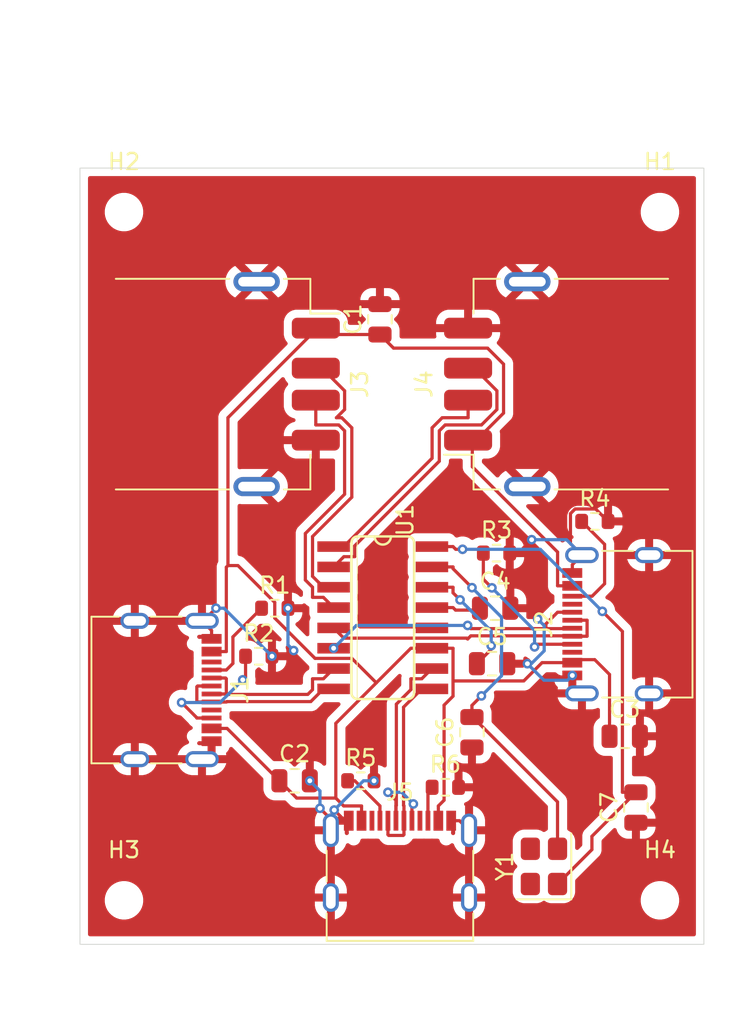
<source format=kicad_pcb>
(kicad_pcb (version 20241229) (generator "pcbnew") (generator_version "9.0")
  (layers (0 "F.Cu" signal) (2 "B.Cu" signal) (13 "F.Paste" user) (15 "B.Paste" user) (5 "F.SilkS" user "F.Silkscreen") (7 "B.SilkS" user "B.Silkscreen") (1 "F.Mask" user) (3 "B.Mask" user) (25 "Edge.Cuts" user))
  (net 0 "")
  (net 1 "Net-(U1-VDD33)")
  (net 2 "D2+")
  (net 3 "Net-(U1-XOUT)")
  (net 4 "D4+")
  (net 5 "Net-(U1-VDD18)")
  (net 6 "D4-")
  (net 7 "D3-")
  (net 8 "D2-")
  (net 9 "D5-")
  (net 10 "GND")
  (net 11 "D3+")
  (net 12 "VBUS")
  (net 13 "D5+")
  (net 14 "D1+")
  (net 15 "D1-")
  (net 16 "Net-(J1-CC1)")
  (net 18 "Net-(J1-CC2)")
  (net 21 "Net-(J2-CC2)")
  (net 23 "Net-(J2-CC1)")
  (net 24 "Net-(J5-CC2)")
  (net 26 "Net-(J5-CC1)")
  (net 28 "Net-(U1-XIN)")
  (footprint "Resistor_SMD:R_0603_1608Metric" (layer "F.Cu") (at 32.675 118)
    (property "Reference" "R2" (at 0 -1.43 0) (layer "F.SilkS"))
    (property "Value" "5.1k")
    (fp_line (start -0.237258 -0.5225) (end 0.237258 -0.5225) (stroke (width 0.12)) (layer "F.SilkS"))
    (fp_line (start -0.237258 0.5225) (end 0.237258 0.5225) (stroke (width 0.12)) (layer "F.SilkS"))
    (pad "1" smd roundrect (at -0.825 0) (size 0.8 0.95) (layers "F.Cu" "F.Mask" "F.Paste") (net 18 "Net-(J1-CC2)"))
    (pad "2" smd roundrect (at 0.825 0) (size 0.8 0.95) (layers "F.Cu" "F.Mask" "F.Paste") (net 10 "GND"))
  )
  (footprint "Capacitor_SMD:C_0805_2012Metric" (layer "F.Cu") (at 56.25 127.45 90)
    (property "Reference" "C7" (at 0 -1.68 90) (layer "F.SilkS"))
    (property "Value" "15pF")
    (fp_line (start -0.261252 -0.735) (end 0.261252 -0.735) (stroke (width 0.12)) (layer "F.SilkS"))
    (fp_line (start -0.261252 0.735) (end 0.261252 0.735) (stroke (width 0.12)) (layer "F.SilkS"))
    (pad "1" smd roundrect (at -0.95 0 90) (size 1 1.45) (layers "F.Cu" "F.Mask" "F.Paste") (net 10 "GND"))
    (pad "2" smd roundrect (at 0.95 0 90) (size 1 1.45) (layers "F.Cu" "F.Mask" "F.Paste") (net 28 "Net-(U1-XIN)"))
  )
  (footprint "Connector_USB:USB_C_Receptacle_G-Switch_GT-USB-7010ASV" (layer "F.Cu") (at 26 120.11 -90)
    (property "Reference" "J1" (at 0 -5.5 90) (layer "F.SilkS"))
    (property "Value" "USB_C_Receptacle_USB2.0_16P")
    (fp_line (start -4.58 3.785) (end -4.58 2.08) (stroke (width 0.12)) (layer "F.SilkS"))
    (fp_line (start 4.58 3.785) (end -4.58 3.785) (stroke (width 0.12)) (layer "F.SilkS"))
    (fp_line (start 4.58 2.08) (end 4.58 3.785) (stroke (width 0.12)) (layer "F.SilkS"))
    (fp_line (start 4.58 0.07) (end 4.58 -1.85) (stroke (width 0.12)) (layer "F.SilkS"))
    (fp_line (start -4.58 -1.85) (end -4.58 0.07) (stroke (width 0.12)) (layer "F.SilkS"))
    (pad "" np_thru_hole circle (at -2.89 -2.605 270) (size 0.65 0.65) (drill 0.65) (layers "*.Cu" "*.Mask"))
    (pad "" np_thru_hole circle (at 2.89 -2.605 270) (size 0.65 0.65) (drill 0.65) (layers "*.Cu" "*.Mask"))
    (pad "A1" smd rect (at -3.2 -3.725 270) (size 0.6 1.24) (layers "F.Cu" "F.Mask" "F.Paste") (net 10 "GND"))
    (pad "A4" smd rect (at -2.4 -3.725 270) (size 0.6 1.24) (layers "F.Cu" "F.Mask" "F.Paste") (net 12 "VBUS"))
    (pad "A5" smd rect (at -1.25 -3.725 270) (size 0.3 1.24) (layers "F.Cu" "F.Mask" "F.Paste") (net 16 "Net-(J1-CC1)"))
    (pad "A6" smd rect (at -0.25 -3.725 270) (size 0.3 1.24) (layers "F.Cu" "F.Mask" "F.Paste") (net 14 "D1+"))
    (pad "A7" smd rect (at 0.25 -3.725 270) (size 0.3 1.24) (layers "F.Cu" "F.Mask" "F.Paste") (net 15 "D1-"))
    (pad "A8" smd rect (at 1.25 -3.725 270) (size 0.3 1.24) (layers "F.Cu" "F.Mask" "F.Paste"))
    (pad "A9" smd rect (at 2.4 -3.725 270) (size 0.6 1.24) (layers "F.Cu" "F.Mask" "F.Paste") (net 12 "VBUS"))
    (pad "A12" smd rect (at 3.2 -3.725 270) (size 0.6 1.24) (layers "F.Cu" "F.Mask" "F.Paste") (net 10 "GND"))
    (pad "B1" smd rect (at 3.2 -3.725 270) (size 0.6 1.24) (layers "F.Cu" "F.Mask" "F.Paste") (net 10 "GND"))
    (pad "B4" smd rect (at 2.4 -3.725 270) (size 0.6 1.24) (layers "F.Cu" "F.Mask" "F.Paste") (net 12 "VBUS"))
    (pad "B5" smd rect (at 1.75 -3.725 270) (size 0.3 1.24) (layers "F.Cu" "F.Mask" "F.Paste") (net 18 "Net-(J1-CC2)"))
    (pad "B6" smd rect (at 0.75 -3.725 270) (size 0.3 1.24) (layers "F.Cu" "F.Mask" "F.Paste") (net 14 "D1+"))
    (pad "B7" smd rect (at -0.75 -3.725 270) (size 0.3 1.24) (layers "F.Cu" "F.Mask" "F.Paste") (net 15 "D1-"))
    (pad "B8" smd rect (at -1.75 -3.725 270) (size 0.3 1.24) (layers "F.Cu" "F.Mask" "F.Paste"))
    (pad "B9" smd rect (at -2.4 -3.725 270) (size 0.6 1.24) (layers "F.Cu" "F.Mask" "F.Paste") (net 12 "VBUS"))
    (pad "B12" smd rect (at -3.2 -3.725 270) (size 0.6 1.24) (layers "F.Cu" "F.Mask" "F.Paste") (net 10 "GND"))
    (pad "S1" thru_hole oval (at -4.32 -3.125 270) (size 1 2.1) (drill oval 0.6 1.7) (property pad_prop_heatsink) (layers "*.Cu" "*.Mask") (net 10 "GND"))
    (pad "S1" thru_hole oval (at -4.32 1.075 270) (size 1 1.8) (drill oval 0.6 1.4) (property pad_prop_heatsink) (layers "*.Cu" "*.Mask") (net 10 "GND"))
    (pad "S1" thru_hole oval (at 4.32 -3.125 270) (size 1 2.1) (drill oval 0.6 1.7) (property pad_prop_heatsink) (layers "*.Cu" "*.Mask") (net 10 "GND"))
    (pad "S1" thru_hole oval (at 4.32 1.075 270) (size 1 1.8) (drill oval 0.6 1.4) (property pad_prop_heatsink) (layers "*.Cu" "*.Mask") (net 10 "GND"))
  )
  (footprint "Resistor_SMD:R_0603_1608Metric" (layer "F.Cu") (at 53.6834 109.5756)
    (property "Reference" "R4" (at 0 -1.43 0) (layer "F.SilkS"))
    (property "Value" "5.1k")
    (fp_line (start -0.237258 -0.5225) (end 0.237258 -0.5225) (stroke (width 0.12)) (layer "F.SilkS"))
    (fp_line (start -0.237258 0.5225) (end 0.237258 0.5225) (stroke (width 0.12)) (layer "F.SilkS"))
    (pad "1" smd roundrect (at -0.825 0) (size 0.8 0.95) (layers "F.Cu" "F.Mask" "F.Paste") (net 21 "Net-(J2-CC2)"))
    (pad "2" smd roundrect (at 0.825 0) (size 0.8 0.95) (layers "F.Cu" "F.Mask" "F.Paste") (net 10 "GND"))
  )
  (footprint "Capacitor_SMD:C_0805_2012Metric" (layer "F.Cu") (at 40.25 96.95 90)
    (property "Reference" "C1" (at 0 -1.68 90) (layer "F.SilkS"))
    (property "Value" "10uF")
    (fp_line (start -0.261252 -0.735) (end 0.261252 -0.735) (stroke (width 0.12)) (layer "F.SilkS"))
    (fp_line (start -0.261252 0.735) (end 0.261252 0.735) (stroke (width 0.12)) (layer "F.SilkS"))
    (pad "1" smd roundrect (at -0.95 0 90) (size 1 1.45) (layers "F.Cu" "F.Mask" "F.Paste") (net 12 "VBUS"))
    (pad "2" smd roundrect (at 0.95 0 90) (size 1 1.45) (layers "F.Cu" "F.Mask" "F.Paste") (net 10 "GND"))
  )
  (footprint "Capacitor_SMD:C_0805_2012Metric" (layer "F.Cu") (at 46 122.75 90)
    (property "Reference" "C6" (at 0 -1.68 90) (layer "F.SilkS"))
    (property "Value" "15pF")
    (fp_line (start -0.261252 -0.735) (end 0.261252 -0.735) (stroke (width 0.12)) (layer "F.SilkS"))
    (fp_line (start -0.261252 0.735) (end 0.261252 0.735) (stroke (width 0.12)) (layer "F.SilkS"))
    (pad "1" smd roundrect (at -0.95 0 90) (size 1 1.45) (layers "F.Cu" "F.Mask" "F.Paste") (net 10 "GND"))
    (pad "2" smd roundrect (at 0.95 0 90) (size 1 1.45) (layers "F.Cu" "F.Mask" "F.Paste") (net 3 "Net-(U1-XOUT)"))
  )
  (footprint "Capacitor_SMD:C_0805_2012Metric" (layer "F.Cu") (at 55.55 123)
    (property "Reference" "C3" (at 0 -1.68 0) (layer "F.SilkS"))
    (property "Value" "10uF")
    (fp_line (start -0.261252 -0.735) (end 0.261252 -0.735) (stroke (width 0.12)) (layer "F.SilkS"))
    (fp_line (start -0.261252 0.735) (end 0.261252 0.735) (stroke (width 0.12)) (layer "F.SilkS"))
    (pad "1" smd roundrect (at -0.95 0) (size 1 1.45) (layers "F.Cu" "F.Mask" "F.Paste") (net 12 "VBUS"))
    (pad "2" smd roundrect (at 0.95 0) (size 1 1.45) (layers "F.Cu" "F.Mask" "F.Paste") (net 10 "GND"))
  )
  (footprint "MountingHole:MountingHole_2.2mm_M2" (layer "F.Cu") (at 24.25 133.25)
    (property "Reference" "H3" (at 0 -3.15 0) (layer "F.SilkS"))
    (property "Value" "MountingHole")
    (pad "" np_thru_hole circle (at 0 0) (size 2.2 2.2) (drill 2.2) (layers "*.Cu" "*.Mask"))
  )
  (footprint "Capacitor_SMD:C_0805_2012Metric" (layer "F.Cu") (at 47.45 115)
    (property "Reference" "C4" (at 0 -1.68 0) (layer "F.SilkS"))
    (property "Value" "10uF")
    (fp_line (start -0.261252 -0.735) (end 0.261252 -0.735) (stroke (width 0.12)) (layer "F.SilkS"))
    (fp_line (start -0.261252 0.735) (end 0.261252 0.735) (stroke (width 0.12)) (layer "F.SilkS"))
    (pad "1" smd roundrect (at -0.95 0) (size 1 1.45) (layers "F.Cu" "F.Mask" "F.Paste") (net 1 "Net-(U1-VDD33)"))
    (pad "2" smd roundrect (at 0.95 0) (size 1 1.45) (layers "F.Cu" "F.Mask" "F.Paste") (net 10 "GND"))
  )
  (footprint "Resistor_SMD:R_0603_1608Metric" (layer "F.Cu") (at 33.675 115)
    (property "Reference" "R1" (at 0 -1.43 0) (layer "F.SilkS"))
    (property "Value" "5.1k")
    (fp_line (start -0.237258 -0.5225) (end 0.237258 -0.5225) (stroke (width 0.12)) (layer "F.SilkS"))
    (fp_line (start -0.237258 0.5225) (end 0.237258 0.5225) (stroke (width 0.12)) (layer "F.SilkS"))
    (pad "1" smd roundrect (at -0.825 0) (size 0.8 0.95) (layers "F.Cu" "F.Mask" "F.Paste") (net 16 "Net-(J1-CC1)"))
    (pad "2" smd roundrect (at 0.825 0) (size 0.8 0.95) (layers "F.Cu" "F.Mask" "F.Paste") (net 10 "GND"))
  )
  (footprint "Connector_USB:USB_A_Receptacle_GCT_USB1046" (layer "F.Cu") (at 53.01 101 90)
    (property "Reference" "J4" (at 0 -10 90) (layer "F.SilkS"))
    (property "Value" "USB_A")
    (fp_line (start 6.58 -6.91) (end 6.58 -5.26) (stroke (width 0.12)) (layer "F.SilkS"))
    (fp_line (start 4.41 -6.91) (end 6.58 -6.91) (stroke (width 0.12)) (layer "F.SilkS"))
    (fp_line (start -4.41 -6.91) (end -4.41 -8.75) (stroke (width 0.12)) (layer "F.SilkS"))
    (fp_line (start -4.41 -6.91) (end -6.58 -6.91) (stroke (width 0.12)) (layer "F.SilkS"))
    (fp_line (start -6.58 -6.91) (end -6.58 -5.26) (stroke (width 0.12)) (layer "F.SilkS"))
    (fp_line (start 6.58 -1.84) (end 6.58 5.25) (stroke (width 0.12)) (layer "F.SilkS"))
    (fp_line (start -6.58 -1.84) (end -6.58 5.25) (stroke (width 0.12)) (layer "F.SilkS"))
    (pad "1" smd roundrect (at -3.5 -7.25 90) (size 1.3 3) (layers "F.Cu" "F.Mask" "F.Paste") (net 12 "VBUS"))
    (pad "2" smd roundrect (at -1 -7.25 90) (size 1.3 3) (layers "F.Cu" "F.Mask" "F.Paste") (net 6 "D4-"))
    (pad "3" smd roundrect (at 1 -7.25 90) (size 1.3 3) (layers "F.Cu" "F.Mask" "F.Paste") (net 4 "D4+"))
    (pad "4" smd roundrect (at 3.5 -7.25 90) (size 1.3 3) (layers "F.Cu" "F.Mask" "F.Paste") (net 10 "GND"))
    (pad "5" thru_hole oval (at -6.4 -3.55 90) (size 1.2 2.9) (drill oval 0.6 2.3) (property pad_prop_heatsink) (layers "*.Cu" "*.Mask") (net 10 "GND"))
    (pad "5" thru_hole oval (at 6.4 -3.55 90) (size 1.2 2.9) (drill oval 0.6 2.3) (property pad_prop_heatsink) (layers "*.Cu" "*.Mask") (net 10 "GND"))
  )
  (footprint "SL2.1A:SO16" (layer "F.Cu") (at 40.4266 115.595 -90)
    (property "Reference" "U1" (at -6.096 -1.397 90) (layer "F.SilkS"))
    (property "Value" "SL2.1A")
    (fp_line (start -4.699 1.9558) (end 4.699 1.9558) (stroke (width 0.1524)) (layer "F.SilkS"))
    (fp_line (start -5.08 1.6002) (end 5.08 1.6002) (stroke (width 0.0508)) (layer "F.SilkS"))
    (fp_line (start 5.08 1.5748) (end 5.08 -1.5748) (stroke (width 0.1524)) (layer "F.SilkS"))
    (fp_line (start -5.08 0.508) (end -5.08 1.5748) (stroke (width 0.1524)) (layer "F.SilkS"))
    (fp_line (start -5.08 -0.508) (end -5.08 0.508) (stroke (width 0.1524)) (layer "F.SilkS"))
    (fp_line (start -5.08 -1.5748) (end -5.08 -0.508) (stroke (width 0.1524)) (layer "F.SilkS"))
    (fp_line (start 4.699 -1.9558) (end -4.699 -1.9558) (stroke (width 0.1524)) (layer "F.SilkS"))
    (fp_arc (start -4.699 1.9558) (mid -4.968408 1.844208) (end -5.08 1.5748) (stroke (width 0.1524)) (layer "F.SilkS"))
    (fp_arc (start 5.08 1.5748) (mid 4.968408 1.844208) (end 4.699 1.9558) (stroke (width 0.1524)) (layer "F.SilkS"))
    (fp_arc (start -5.08 -0.508) (mid -4.572 0) (end -5.08 0.508) (stroke (width 0.1524)) (layer "F.SilkS"))
    (fp_arc (start -5.08 -1.5748) (mid -4.968408 -1.844208) (end -4.699 -1.9558) (stroke (width 0.1524)) (layer "F.SilkS"))
    (fp_arc (start 4.699 -1.9558) (mid 4.968408 -1.844208) (end 5.08 -1.5748) (stroke (width 0.1524)) (layer "F.SilkS"))
    (pad "1" smd rect (at -4.445 3.0734 270) (size 0.6604 2.032) (layers "F.Cu" "F.Mask" "F.Paste") (net 6 "D4-"))
    (pad "2" smd rect (at -3.175 3.0734 270) (size 0.6604 2.032) (layers "F.Cu" "F.Mask" "F.Paste") (net 4 "D4+"))
    (pad "3" smd rect (at -1.905 3.0734 270) (size 0.6604 2.032) (layers "F.Cu" "F.Mask" "F.Paste") (net 7 "D3-"))
    (pad "4" smd rect (at -0.635 3.0734 270) (size 0.6604 2.032) (layers "F.Cu" "F.Mask" "F.Paste") (net 11 "D3+"))
    (pad "5" smd rect (at 0.635 3.0734 270) (size 0.6604 2.032) (layers "F.Cu" "F.Mask" "F.Paste") (net 8 "D2-"))
    (pad "6" smd rect (at 1.905 3.0734 270) (size 0.6604 2.032) (layers "F.Cu" "F.Mask" "F.Paste") (net 2 "D2+"))
    (pad "7" smd rect (at 3.175 3.0734 270) (size 0.6604 2.032) (layers "F.Cu" "F.Mask" "F.Paste") (net 15 "D1-"))
    (pad "8" smd rect (at 4.445 3.0734 270) (size 0.6604 2.032) (layers "F.Cu" "F.Mask" "F.Paste") (net 14 "D1+"))
    (pad "9" smd rect (at 4.445 -3.0734 270) (size 0.6604 2.032) (layers "F.Cu" "F.Mask" "F.Paste") (net 9 "D5-"))
    (pad "10" smd rect (at 3.175 -3.0734 270) (size 0.6604 2.032) (layers "F.Cu" "F.Mask" "F.Paste") (net 13 "D5+"))
    (pad "11" smd rect (at 1.905 -3.0734 270) (size 0.6604 2.032) (layers "F.Cu" "F.Mask" "F.Paste") (net 12 "VBUS"))
    (pad "12" smd rect (at 0.635 -3.0734 270) (size 0.6604 2.032) (layers "F.Cu" "F.Mask" "F.Paste") (net 10 "GND"))
    (pad "13" smd rect (at -0.635 -3.0734 270) (size 0.6604 2.032) (layers "F.Cu" "F.Mask" "F.Paste") (net 1 "Net-(U1-VDD33)"))
    (pad "14" smd rect (at -1.905 -3.0734 270) (size 0.6604 2.032) (layers "F.Cu" "F.Mask" "F.Paste") (net 5 "Net-(U1-VDD18)"))
    (pad "15" smd rect (at -3.175 -3.0734 270) (size 0.6604 2.032) (layers "F.Cu" "F.Mask" "F.Paste") (net 3 "Net-(U1-XOUT)"))
    (pad "16" smd rect (at -4.445 -3.0734 270) (size 0.6604 2.032) (layers "F.Cu" "F.Mask" "F.Paste") (net 28 "Net-(U1-XIN)"))
  )
  (footprint "MountingHole:MountingHole_2.2mm_M2" (layer "F.Cu") (at 57.75 90.25)
    (property "Reference" "H1" (at 0 -3.15 0) (layer "F.SilkS"))
    (property "Value" "MountingHole")
    (pad "" np_thru_hole circle (at 0 0) (size 2.2 2.2) (drill 2.2) (layers "*.Cu" "*.Mask"))
  )
  (footprint "Resistor_SMD:R_0603_1608Metric" (layer "F.Cu") (at 39.053 125.7808)
    (property "Reference" "R5" (at 0 -1.43 0) (layer "F.SilkS"))
    (property "Value" "5.1k")
    (fp_line (start -0.237258 -0.5225) (end 0.237258 -0.5225) (stroke (width 0.12)) (layer "F.SilkS"))
    (fp_line (start -0.237258 0.5225) (end 0.237258 0.5225) (stroke (width 0.12)) (layer "F.SilkS"))
    (pad "1" smd roundrect (at -0.825 0) (size 0.8 0.95) (layers "F.Cu" "F.Mask" "F.Paste") (net 26 "Net-(J5-CC1)"))
    (pad "2" smd roundrect (at 0.825 0) (size 0.8 0.95) (layers "F.Cu" "F.Mask" "F.Paste") (net 10 "GND"))
  )
  (footprint "Capacitor_SMD:C_0805_2012Metric" (layer "F.Cu") (at 47.2592 118.4656)
    (property "Reference" "C5" (at 0 -1.68 0) (layer "F.SilkS"))
    (property "Value" "10uF")
    (fp_line (start -0.261252 -0.735) (end 0.261252 -0.735) (stroke (width 0.12)) (layer "F.SilkS"))
    (fp_line (start -0.261252 0.735) (end 0.261252 0.735) (stroke (width 0.12)) (layer "F.SilkS"))
    (pad "1" smd roundrect (at -0.95 0) (size 1 1.45) (layers "F.Cu" "F.Mask" "F.Paste") (net 5 "Net-(U1-VDD18)"))
    (pad "2" smd roundrect (at 0.95 0) (size 1 1.45) (layers "F.Cu" "F.Mask" "F.Paste") (net 10 "GND"))
  )
  (footprint "Connector_USB:USB_C_Receptacle_G-Switch_GT-USB-7010ASV" (layer "F.Cu") (at 41.5 132)
    (property "Reference" "J5" (at 0 -5.5 0) (layer "F.SilkS"))
    (property "Value" "USB_C_Receptacle_USB2.0_16P")
    (fp_line (start -4.58 -1.85) (end -4.58 0.07) (stroke (width 0.12)) (layer "F.SilkS"))
    (fp_line (start -4.58 3.785) (end -4.58 2.08) (stroke (width 0.12)) (layer "F.SilkS"))
    (fp_line (start 4.58 0.07) (end 4.58 -1.85) (stroke (width 0.12)) (layer "F.SilkS"))
    (fp_line (start 4.58 2.08) (end 4.58 3.785) (stroke (width 0.12)) (layer "F.SilkS"))
    (fp_line (start 4.58 3.785) (end -4.58 3.785) (stroke (width 0.12)) (layer "F.SilkS"))
    (pad "" np_thru_hole circle (at -2.89 -2.605) (size 0.65 0.65) (drill 0.65) (layers "*.Cu" "*.Mask"))
    (pad "" np_thru_hole circle (at 2.89 -2.605) (size 0.65 0.65) (drill 0.65) (layers "*.Cu" "*.Mask"))
    (pad "A1" smd rect (at -3.2 -3.725) (size 0.6 1.24) (layers "F.Cu" "F.Mask" "F.Paste") (net 10 "GND"))
    (pad "A4" smd rect (at -2.4 -3.725) (size 0.6 1.24) (layers "F.Cu" "F.Mask" "F.Paste") (net 12 "VBUS"))
    (pad "A5" smd rect (at -1.25 -3.725) (size 0.3 1.24) (layers "F.Cu" "F.Mask" "F.Paste") (net 26 "Net-(J5-CC1)"))
    (pad "A6" smd rect (at -0.25 -3.725) (size 0.3 1.24) (layers "F.Cu" "F.Mask" "F.Paste") (net 13 "D5+"))
    (pad "A7" smd rect (at 0.25 -3.725) (size 0.3 1.24) (layers "F.Cu" "F.Mask" "F.Paste") (net 9 "D5-"))
    (pad "A8" smd rect (at 1.25 -3.725) (size 0.3 1.24) (layers "F.Cu" "F.Mask" "F.Paste"))
    (pad "A9" smd rect (at 2.4 -3.725) (size 0.6 1.24) (layers "F.Cu" "F.Mask" "F.Paste") (net 12 "VBUS"))
    (pad "A12" smd rect (at 3.2 -3.725) (size 0.6 1.24) (layers "F.Cu" "F.Mask" "F.Paste") (net 10 "GND"))
    (pad "B1" smd rect (at 3.2 -3.725) (size 0.6 1.24) (layers "F.Cu" "F.Mask" "F.Paste") (net 10 "GND"))
    (pad "B4" smd rect (at 2.4 -3.725) (size 0.6 1.24) (layers "F.Cu" "F.Mask" "F.Paste") (net 12 "VBUS"))
    (pad "B5" smd rect (at 1.75 -3.725) (size 0.3 1.24) (layers "F.Cu" "F.Mask" "F.Paste") (net 24 "Net-(J5-CC2)"))
    (pad "B6" smd rect (at 0.75 -3.725) (size 0.3 1.24) (layers "F.Cu" "F.Mask" "F.Paste") (net 13 "D5+"))
    (pad "B7" smd rect (at -0.75 -3.725) (size 0.3 1.24) (layers "F.Cu" "F.Mask" "F.Paste") (net 9 "D5-"))
    (pad "B8" smd rect (at -1.75 -3.725) (size 0.3 1.24) (layers "F.Cu" "F.Mask" "F.Paste"))
    (pad "B9" smd rect (at -2.4 -3.725) (size 0.6 1.24) (layers "F.Cu" "F.Mask" "F.Paste") (net 12 "VBUS"))
    (pad "B12" smd rect (at -3.2 -3.725) (size 0.6 1.24) (layers "F.Cu" "F.Mask" "F.Paste") (net 10 "GND"))
    (pad "S1" thru_hole oval (at -4.32 -3.125) (size 1 2.1) (drill oval 0.6 1.7) (property pad_prop_heatsink) (layers "*.Cu" "*.Mask") (net 10 "GND"))
    (pad "S1" thru_hole oval (at -4.32 1.075) (size 1 1.8) (drill oval 0.6 1.4) (property pad_prop_heatsink) (layers "*.Cu" "*.Mask") (net 10 "GND"))
    (pad "S1" thru_hole oval (at 4.32 -3.125) (size 1 2.1) (drill oval 0.6 1.7) (property pad_prop_heatsink) (layers "*.Cu" "*.Mask") (net 10 "GND"))
    (pad "S1" thru_hole oval (at 4.32 1.075) (size 1 1.8) (drill oval 0.6 1.4) (property pad_prop_heatsink) (layers "*.Cu" "*.Mask") (net 10 "GND"))
  )
  (footprint "Connector_USB:USB_A_Receptacle_GCT_USB1046" (layer "F.Cu") (at 28.99 101 -90)
    (property "Reference" "J3" (at 0 -10 90) (layer "F.SilkS"))
    (property "Value" "USB_A")
    (fp_line (start -6.58 -1.84) (end -6.58 5.25) (stroke (width 0.12)) (layer "F.SilkS"))
    (fp_line (start 6.58 -1.84) (end 6.58 5.25) (stroke (width 0.12)) (layer "F.SilkS"))
    (fp_line (start -6.58 -6.91) (end -6.58 -5.26) (stroke (width 0.12)) (layer "F.SilkS"))
    (fp_line (start -4.41 -6.91) (end -6.58 -6.91) (stroke (width 0.12)) (layer "F.SilkS"))
    (fp_line (start -4.41 -6.91) (end -4.41 -8.75) (stroke (width 0.12)) (layer "F.SilkS"))
    (fp_line (start 4.41 -6.91) (end 6.58 -6.91) (stroke (width 0.12)) (layer "F.SilkS"))
    (fp_line (start 6.58 -6.91) (end 6.58 -5.26) (stroke (width 0.12)) (layer "F.SilkS"))
    (pad "1" smd roundrect (at -3.5 -7.25 270) (size 1.3 3) (layers "F.Cu" "F.Mask" "F.Paste") (net 12 "VBUS"))
    (pad "2" smd roundrect (at -1 -7.25 270) (size 1.3 3) (layers "F.Cu" "F.Mask" "F.Paste") (net 7 "D3-"))
    (pad "3" smd roundrect (at 1 -7.25 270) (size 1.3 3) (layers "F.Cu" "F.Mask" "F.Paste") (net 11 "D3+"))
    (pad "4" smd roundrect (at 3.5 -7.25 270) (size 1.3 3) (layers "F.Cu" "F.Mask" "F.Paste") (net 10 "GND"))
    (pad "5" thru_hole oval (at -6.4 -3.55 270) (size 1.2 2.9) (drill oval 0.6 2.3) (property pad_prop_heatsink) (layers "*.Cu" "*.Mask") (net 10 "GND"))
    (pad "5" thru_hole oval (at 6.4 -3.55 270) (size 1.2 2.9) (drill oval 0.6 2.3) (property pad_prop_heatsink) (layers "*.Cu" "*.Mask") (net 10 "GND"))
  )
  (footprint "Crystal:Crystal_SMD_3225-4Pin_3.2x2.5mm" (layer "F.Cu") (at 50.5 131.13 90)
    (property "Reference" "Y1" (at 0 -2.45 90) (layer "F.SilkS"))
    (property "Value" "12Mhz")
    (fp_line (start -2.06 -1.71) (end -2.06 1.71) (stroke (width 0.12)) (layer "F.SilkS"))
    (fp_line (start -2.06 1.71) (end 2.06 1.71) (stroke (width 0.12)) (layer "F.SilkS"))
    (pad "1" smd roundrect (at -1.1 0.85 90) (size 1.4 1.2) (layers "F.Cu" "F.Mask" "F.Paste") (roundrect_rratio 0.208333) (net 28 "Net-(U1-XIN)"))
    (pad "2" smd roundrect (at 1.1 0.85 90) (size 1.4 1.2) (layers "F.Cu" "F.Mask" "F.Paste") (roundrect_rratio 0.208333) (net 3 "Net-(U1-XOUT)"))
    (pad "3" smd roundrect (at 1.1 -0.85 90) (size 1.4 1.2) (layers "F.Cu" "F.Mask" "F.Paste") (roundrect_rratio 0.208333))
    (pad "4" smd roundrect (at -1.1 -0.85 90) (size 1.4 1.2) (layers "F.Cu" "F.Mask" "F.Paste") (roundrect_rratio 0.208333))
  )
  (footprint "MountingHole:MountingHole_2.2mm_M2" (layer "F.Cu") (at 24.25 90.25)
    (property "Reference" "H2" (at 0 -3.15 0) (layer "F.SilkS"))
    (property "Value" "MountingHole")
    (pad "" np_thru_hole circle (at 0 0) (size 2.2 2.2) (drill 2.2) (layers "*.Cu" "*.Mask"))
  )
  (footprint "Resistor_SMD:R_0603_1608Metric" (layer "F.Cu") (at 47.5366 111.5568)
    (property "Reference" "R3" (at 0 -1.43 0) (layer "F.SilkS"))
    (property "Value" "5.1k")
    (fp_line (start -0.237258 -0.5225) (end 0.237258 -0.5225) (stroke (width 0.12)) (layer "F.SilkS"))
    (fp_line (start -0.237258 0.5225) (end 0.237258 0.5225) (stroke (width 0.12)) (layer "F.SilkS"))
    (pad "1" smd roundrect (at -0.825 0) (size 0.8 0.95) (layers "F.Cu" "F.Mask" "F.Paste") (net 23 "Net-(J2-CC1)"))
    (pad "2" smd roundrect (at 0.825 0) (size 0.8 0.95) (layers "F.Cu" "F.Mask" "F.Paste") (net 10 "GND"))
  )
  (footprint "Resistor_SMD:R_0603_1608Metric" (layer "F.Cu") (at 44.3362 126.1872)
    (property "Reference" "R6" (at 0 -1.43 0) (layer "F.SilkS"))
    (property "Value" "5.1k")
    (fp_line (start -0.237258 -0.5225) (end 0.237258 -0.5225) (stroke (width 0.12)) (layer "F.SilkS"))
    (fp_line (start -0.237258 0.5225) (end 0.237258 0.5225) (stroke (width 0.12)) (layer "F.SilkS"))
    (pad "1" smd roundrect (at -0.825 0) (size 0.8 0.95) (layers "F.Cu" "F.Mask" "F.Paste") (net 24 "Net-(J5-CC2)"))
    (pad "2" smd roundrect (at 0.825 0) (size 0.8 0.95) (layers "F.Cu" "F.Mask" "F.Paste") (net 10 "GND"))
  )
  (footprint "Capacitor_SMD:C_0805_2012Metric" (layer "F.Cu") (at 34.9148 125.7808)
    (property "Reference" "C2" (at 0 -1.68 0) (layer "F.SilkS"))
    (property "Value" "10uF")
    (fp_line (start -0.261252 -0.735) (end 0.261252 -0.735) (stroke (width 0.12)) (layer "F.SilkS"))
    (fp_line (start -0.261252 0.735) (end 0.261252 0.735) (stroke (width 0.12)) (layer "F.SilkS"))
    (pad "1" smd roundrect (at -0.95 0) (size 1 1.45) (layers "F.Cu" "F.Mask" "F.Paste") (net 12 "VBUS"))
    (pad "2" smd roundrect (at 0.95 0) (size 1 1.45) (layers "F.Cu" "F.Mask" "F.Paste") (net 10 "GND"))
  )
  (footprint "MountingHole:MountingHole_2.2mm_M2" (layer "F.Cu") (at 57.75 133.25)
    (property "Reference" "H4" (at 0 -3.15 0) (layer "F.SilkS"))
    (property "Value" "MountingHole")
    (pad "" np_thru_hole circle (at 0 0) (size 2.2 2.2) (drill 2.2) (layers "*.Cu" "*.Mask"))
  )
  (footprint "Connector_USB:USB_C_Receptacle_G-Switch_GT-USB-7010ASV" (layer "F.Cu") (at 56 116 90)
    (property "Reference" "J2" (at 0 -5.5 90) (layer "F.SilkS"))
    (property "Value" "USB_C_Receptacle_USB2.0_16P")
    (fp_line (start -4.58 -1.85) (end -4.58 0.07) (stroke (width 0.12)) (layer "F.SilkS"))
    (fp_line (start 4.58 0.07) (end 4.58 -1.85) (stroke (width 0.12)) (layer "F.SilkS"))
    (fp_line (start 4.58 2.08) (end 4.58 3.785) (stroke (width 0.12)) (layer "F.SilkS"))
    (fp_line (start 4.58 3.785) (end -4.58 3.785) (stroke (width 0.12)) (layer "F.SilkS"))
    (fp_line (start -4.58 3.785) (end -4.58 2.08) (stroke (width 0.12)) (layer "F.SilkS"))
    (pad "" np_thru_hole circle (at -2.89 -2.605 90) (size 0.65 0.65) (drill 0.65) (layers "*.Cu" "*.Mask"))
    (pad "" np_thru_hole circle (at 2.89 -2.605 90) (size 0.65 0.65) (drill 0.65) (layers "*.Cu" "*.Mask"))
    (pad "A1" smd rect (at -3.2 -3.725 90) (size 0.6 1.24) (layers "F.Cu" "F.Mask" "F.Paste") (net 10 "GND"))
    (pad "A4" smd rect (at -2.4 -3.725 90) (size 0.6 1.24) (layers "F.Cu" "F.Mask" "F.Paste") (net 12 "VBUS"))
    (pad "A5" smd rect (at -1.25 -3.725 90) (size 0.3 1.24) (layers "F.Cu" "F.Mask" "F.Paste") (net 23 "Net-(J2-CC1)"))
    (pad "A6" smd rect (at -0.25 -3.725 90) (size 0.3 1.24) (layers "F.Cu" "F.Mask" "F.Paste") (net 2 "D2+"))
    (pad "A7" smd rect (at 0.25 -3.725 90) (size 0.3 1.24) (layers "F.Cu" "F.Mask" "F.Paste") (net 8 "D2-"))
    (pad "A8" smd rect (at 1.25 -3.725 90) (size 0.3 1.24) (layers "F.Cu" "F.Mask" "F.Paste"))
    (pad "A9" smd rect (at 2.4 -3.725 90) (size 0.6 1.24) (layers "F.Cu" "F.Mask" "F.Paste") (net 12 "VBUS"))
    (pad "A12" smd rect (at 3.2 -3.725 90) (size 0.6 1.24) (layers "F.Cu" "F.Mask" "F.Paste") (net 10 "GND"))
    (pad "B1" smd rect (at 3.2 -3.725 90) (size 0.6 1.24) (layers "F.Cu" "F.Mask" "F.Paste") (net 10 "GND"))
    (pad "B4" smd rect (at 2.4 -3.725 90) (size 0.6 1.24) (layers "F.Cu" "F.Mask" "F.Paste") (net 12 "VBUS"))
    (pad "B5" smd rect (at 1.75 -3.725 90) (size 0.3 1.24) (layers "F.Cu" "F.Mask" "F.Paste") (net 21 "Net-(J2-CC2)"))
    (pad "B6" smd rect (at 0.75 -3.725 90) (size 0.3 1.24) (layers "F.Cu" "F.Mask" "F.Paste") (net 2 "D2+"))
    (pad "B7" smd rect (at -0.75 -3.725 90) (size 0.3 1.24) (layers "F.Cu" "F.Mask" "F.Paste") (net 8 "D2-"))
    (pad "B8" smd rect (at -1.75 -3.725 90) (size 0.3 1.24) (layers "F.Cu" "F.Mask" "F.Paste"))
    (pad "B9" smd rect (at -2.4 -3.725 90) (size 0.6 1.24) (layers "F.Cu" "F.Mask" "F.Paste") (net 12 "VBUS"))
    (pad "B12" smd rect (at -3.2 -3.725 90) (size 0.6 1.24) (layers "F.Cu" "F.Mask" "F.Paste") (net 10 "GND"))
    (pad "S1" thru_hole oval (at -4.32 -3.125 90) (size 1 2.1) (drill oval 0.6 1.7) (property pad_prop_heatsink) (layers "*.Cu" "*.Mask") (net 10 "GND"))
    (pad "S1" thru_hole oval (at -4.32 1.075 90) (size 1 1.8) (drill oval 0.6 1.4) (property pad_prop_heatsink) (layers "*.Cu" "*.Mask") (net 10 "GND"))
    (pad "S1" thru_hole oval (at 4.32 -3.125 90) (size 1 2.1) (drill oval 0.6 1.7) (property pad_prop_heatsink) (layers "*.Cu" "*.Mask") (net 10 "GND"))
    (pad "S1" thru_hole oval (at 4.32 1.075 90) (size 1 1.8) (drill oval 0.6 1.4) (property pad_prop_heatsink) (layers "*.Cu" "*.Mask") (net 10 "GND"))
  )
  (gr_rect (start 21.5 87.5) (end 60.5 136) (stroke (width 0.05)) (fill no) (layer "Edge.Cuts"))
  (segment (start 44.8177 114.96) (end 44.976 115.1183) (width 0.2) (layer "F.Cu") (net 1))
  (segment (start 46.3817 115.1183) (end 46.5 115) (width 0.2) (layer "F.Cu") (net 1))
  (segment (start 43.5 114.96) (end 44.8177 114.96) (width 0.2) (layer "F.Cu") (net 1))
  (segment (start 44.976 115.1183) (end 46.3817 115.1183) (width 0.2) (layer "F.Cu") (net 1))
  (segment (start 50.6232 116.275) (end 50.6232 115.9801) (width 0.2) (layer "F.Cu") (net 2))
  (segment (start 52.25 116.275) (end 50.6232 116.275) (width 0.2) (layer "F.Cu") (net 2))
  (segment (start 50.6232 115.9801) (end 51.3533 115.25) (width 0.2) (layer "F.Cu") (net 2))
  (segment (start 52.275 115.25) (end 51.3533 115.25) (width 0.2) (layer "F.Cu") (net 2))
  (segment (start 45.9312 116.275) (end 45.7312 116.075) (width 0.2) (layer "F.Cu") (net 2))
  (segment (start 52.275 116.25) (end 52.25 116.275) (width 0.2) (layer "F.Cu") (net 2))
  (segment (start 50.6232 116.275) (end 45.9312 116.275) (width 0.2) (layer "F.Cu") (net 2))
  (via (at 45.7312 116.075) (size 0.6) (drill 0.3) (layers "F.Cu" "B.Cu") (net 2))
  (via (at 37.3532 117.5) (size 0.6) (drill 0.3) (layers "F.Cu" "B.Cu") (net 2))
  (segment (start 45.7312 116.075) (end 38.7782 116.075) (width 0.2) (layer "B.Cu") (net 2))
  (segment (start 38.7782 116.075) (end 37.3532 117.5) (width 0.2) (layer "B.Cu") (net 2))
  (segment (start 43.5 112.42) (end 44.8177 112.42) (width 0.2) (layer "F.Cu") (net 3))
  (segment (start 51.35 127.1) (end 51.35 129.7129) (width 0.2) (layer "F.Cu") (net 3))
  (segment (start 46 121.0711) (end 46 121.8) (width 0.2) (layer "F.Cu") (net 3))
  (segment (start 46 121.8) (end 46.05 121.8) (width 0.2) (layer "F.Cu") (net 3))
  (segment (start 51.35 129.7129) (end 51.19145 129.87145) (width 0.2) (layer "F.Cu") (net 3))
  (segment (start 44.8177 112.5306) (end 46.0029 113.7158) (width 0.2) (layer "F.Cu") (net 3))
  (segment (start 46.05 121.8) (end 51.35 127.1) (width 0.2) (layer "F.Cu") (net 3))
  (segment (start 46.5921 120.479) (end 46 121.0711) (width 0.2) (layer "F.Cu") (net 3))
  (segment (start 44.8177 112.42) (end 44.8177 112.5306) (width 0.2) (layer "F.Cu") (net 3))
  (via (at 46.0029 113.7158) (size 0.6) (drill 0.3) (layers "F.Cu" "B.Cu") (net 3))
  (via (at 46.5921 120.479) (size 0.6) (drill 0.3) (layers "F.Cu" "B.Cu") (net 3))
  (segment (start 47.8512 119.2199) (end 46.5921 120.479) (width 0.2) (layer "B.Cu") (net 3))
  (segment (start 47.8512 115.5641) (end 47.8512 119.2199) (width 0.2) (layer "B.Cu") (net 3))
  (segment (start 46.0029 113.7158) (end 47.8512 115.5641) (width 0.2) (layer "B.Cu") (net 3))
  (segment (start 46.21 100.45) (end 46.5953 100.45) (width 0.2) (layer "F.Cu") (net 4))
  (segment (start 47.561 101.416) (end 47.561 102.584) (width 0.2) (layer "F.Cu") (net 4))
  (segment (start 38.6702 111.103) (end 38.6702 111.781) (width 0.2) (layer "F.Cu") (net 4))
  (segment (start 43.959 105.814) (end 38.6702 111.103) (width 0.2) (layer "F.Cu") (net 4))
  (segment (start 43.959 103.916) (end 43.959 105.814) (width 0.2) (layer "F.Cu") (net 4))
  (segment (start 38.6702 111.781) (end 37.992 111.781) (width 0.2) (layer "F.Cu") (net 4))
  (segment (start 44.3257 103.549) (end 43.959 103.916) (width 0.2) (layer "F.Cu") (net 4))
  (segment (start 46.5953 100.45) (end 47.561 101.416) (width 0.2) (layer "F.Cu") (net 4))
  (segment (start 46.5963 103.549) (end 44.3257 103.549) (width 0.2) (layer "F.Cu") (net 4))
  (segment (start 37.992 111.781) (end 37.3532 112.42) (width 0.2) (layer "F.Cu") (net 4))
  (segment (start 47.561 102.584) (end 46.5963 103.549) (width 0.2) (layer "F.Cu") (net 4))
  (segment (start 45.76 100) (end 46.21 100.45) (width 0.2) (layer "F.Cu") (net 4))
  (segment (start 43.5 113.69) (end 44.8177 113.69) (width 0.2) (layer "F.Cu") (net 5))
  (segment (start 47.204 117.3375) (end 47.204 117.5708) (width 0.2) (layer "F.Cu") (net 5))
  (segment (start 47.204 117.5708) (end 46.3092 118.4656) (width 0.2) (layer "F.Cu") (net 5))
  (segment (start 44.8177 114.0385) (end 45.2575 114.4783) (width 0.2) (layer "F.Cu") (net 5))
  (segment (start 44.8177 113.69) (end 44.8177 114.0385) (width 0.2) (layer "F.Cu") (net 5))
  (via (at 47.204 117.3375) (size 0.6) (drill 0.3) (layers "F.Cu" "B.Cu") (net 5))
  (via (at 45.2575 114.4783) (size 0.6) (drill 0.3) (layers "F.Cu" "B.Cu") (net 5))
  (segment (start 47.204 116.4248) (end 47.204 117.3375) (width 0.2) (layer "B.Cu") (net 5))
  (segment (start 45.2575 114.4783) (end 47.204 116.4248) (width 0.2) (layer "B.Cu") (net 5))
  (segment (start 45.76 103.099) (end 44.1393 103.099) (width 0.2) (layer "F.Cu") (net 6))
  (segment (start 43.509 103.729) (end 43.509 105.628) (width 0.2) (layer "F.Cu") (net 6))
  (segment (start 45.76 102) (end 45.76 103.099) (width 0.2) (layer "F.Cu") (net 6))
  (segment (start 43.509 105.628) (end 37.9868 111.15) (width 0.2) (layer "F.Cu") (net 6))
  (segment (start 44.1393 103.099) (end 43.509 103.729) (width 0.2) (layer "F.Cu") (net 6))
  (segment (start 37.9868 111.15) (end 37.3532 111.15) (width 0.2) (layer "F.Cu") (net 6))
  (segment (start 38.491 103.729) (end 38.491 108.064) (width 0.2) (layer "F.Cu") (net 7))
  (segment (start 36.24 100) (end 36.69 100.45) (width 0.2) (layer "F.Cu") (net 7))
  (segment (start 37.5263 103.099) (end 37.8607 103.099) (width 0.2) (layer "F.Cu") (net 7))
  (segment (start 36.69 100.45) (end 37.0753 100.45) (width 0.2) (layer "F.Cu") (net 7))
  (segment (start 38.491 108.064) (end 36.0362 110.519) (width 0.2) (layer "F.Cu") (net 7))
  (segment (start 38.041 101.416) (end 38.041 102.584) (width 0.2) (layer "F.Cu") (net 7))
  (segment (start 36.0362 110.519) (end 36.0362 113.007) (width 0.2) (layer "F.Cu") (net 7))
  (segment (start 36.7196 113.69) (end 37.3532 113.69) (width 0.2) (layer "F.Cu") (net 7))
  (segment (start 38.041 102.584) (end 37.5263 103.099) (width 0.2) (layer "F.Cu") (net 7))
  (segment (start 37.8607 103.099) (end 38.491 103.729) (width 0.2) (layer "F.Cu") (net 7))
  (segment (start 36.0362 113.007) (end 36.7196 113.69) (width 0.2) (layer "F.Cu") (net 7))
  (segment (start 37.0753 100.45) (end 38.041 101.416) (width 0.2) (layer "F.Cu") (net 7))
  (segment (start 45.7312 116.925) (end 45.675 116.869) (width 0.2) (layer "F.Cu") (net 8))
  (segment (start 52.275 116.75) (end 53.1967 116.75) (width 0.2) (layer "F.Cu") (net 8))
  (segment (start 52.25 116.725) (end 45.9312 116.725) (width 0.2) (layer "F.Cu") (net 8))
  (segment (start 52.275 116.75) (end 52.25 116.725) (width 0.2) (layer "F.Cu") (net 8))
  (segment (start 45.675 116.869) (end 37.992 116.869) (width 0.2) (layer "F.Cu") (net 8))
  (segment (start 37.992 116.869) (end 37.3532 116.23) (width 0.2) (layer "F.Cu") (net 8))
  (segment (start 45.9312 116.725) (end 45.7312 116.925) (width 0.2) (layer "F.Cu") (net 8))
  (segment (start 53.1967 115.75) (end 53.1967 116.75) (width 0.2) (layer "F.Cu") (net 8))
  (segment (start 52.275 115.75) (end 53.1967 115.75) (width 0.2) (layer "F.Cu") (net 8))
  (segment (start 40.75 128.275) (end 40.75 129.147) (width 0.2) (layer "F.Cu") (net 9))
  (segment (start 41.725 127.32) (end 41.75 127.345) (width 0.2) (layer "F.Cu") (net 9))
  (segment (start 40.799 129.196) (end 41.701 129.196) (width 0.2) (layer "F.Cu") (net 9))
  (segment (start 42.8664 120.04) (end 41.725 121.181) (width 0.2) (layer "F.Cu") (net 9))
  (segment (start 41.75 127.345) (end 41.75 128.275) (width 0.2) (layer "F.Cu") (net 9))
  (segment (start 40.75 129.147) (end 40.799 129.196) (width 0.2) (layer "F.Cu") (net 9))
  (segment (start 43.5 120.04) (end 42.8664 120.04) (width 0.2) (layer "F.Cu") (net 9))
  (segment (start 41.701 129.196) (end 41.75 129.147) (width 0.2) (layer "F.Cu") (net 9))
  (segment (start 41.725 121.181) (end 41.725 127.32) (width 0.2) (layer "F.Cu") (net 9))
  (segment (start 41.75 129.147) (end 41.75 128.275) (width 0.2) (layer "F.Cu") (net 9))
  (segment (start 52.275 112.28) (end 52.875 111.68) (width 0.2) (layer "F.Cu") (net 10))
  (segment (start 48.2092 118.4656) (end 49.4656 118.4656) (width 0.2) (layer "F.Cu") (net 10))
  (segment (start 52.445336 108.7996) (end 53.7324 108.7996) (width 0.2) (layer "F.Cu") (net 10))
  (segment (start 37.18 128.18) (end 36.5 127.5) (width 0.2) (layer "F.Cu") (net 10))
  (segment (start 29.725 116.91) (end 29.725 116.39) (width 0.2) (layer "F.Cu") (net 10))
  (segment (start 52.875 111.68) (end 52.1574 110.9624) (width 0.2) (layer "F.Cu") (net 10))
  (segment (start 52.1574 109.087536) (end 52.445336 108.7996) (width 0.2) (layer "F.Cu") (net 10))
  (segment (start 38.3 128.275) (end 38.05577 128.275) (width 0.2) (layer "F.Cu") (net 10))
  (segment (start 52.1574 110.9624) (end 52.1574 109.087536) (width 0.2) (layer "F.Cu") (net 10))
  (segment (start 48.4 112.050373) (end 49.731973 110.7184) (width 0.2) (layer "F.Cu") (net 10))
  (segment (start 29.725 116.39) (end 29.125 115.79) (width 0.2) (layer "F.Cu") (net 10))
  (segment (start 52.275 112.8) (end 52.275 112.28) (width 0.2) (layer "F.Cu") (net 10))
  (segment (start 49.4656 118.4656) (end 49.466935 118.466935) (width 0.2) (layer "F.Cu") (net 10))
  (segment (start 53.7324 108.7996) (end 54.5084 109.5756) (width 0.2) (layer "F.Cu") (net 10))
  (segment (start 34.5 118) (end 34.854585 117.645415) (width 0.2) (layer "F.Cu") (net 10))
  (segment (start 33.5 118) (end 34.5 118) (width 0.2) (layer "F.Cu") (net 10))
  (segment (start 48.4 115) (end 48.4 112.050373) (width 0.2) (layer "F.Cu") (net 10))
  (segment (start 38.05577 128.275) (end 37.390385 127.609615) (width 0.2) (layer "F.Cu") (net 10))
  (segment (start 44.7 128.275) (end 45.22 128.275) (width 0.2) (layer "F.Cu") (net 10))
  (segment (start 37.18 128.875) (end 37.18 128.18) (width 0.2) (layer "F.Cu") (net 10))
  (segment (start 49.4336 115) (end 50.10732 115.67372) (width 0.2) (layer "F.Cu") (net 10))
  (segment (start 48.4 115) (end 49.4336 115) (width 0.2) (layer "F.Cu") (net 10))
  (segment (start 29.21 115.79) (end 30 115) (width 0.2) (layer "F.Cu") (net 10))
  (segment (start 45.22 128.275) (end 45.82 128.875) (width 0.2) (layer "F.Cu") (net 10))
  (segment (start 29.125 115.79) (end 29.21 115.79) (width 0.2) (layer "F.Cu") (net 10))
  (via (at 30 115) (size 0.6) (drill 0.3) (layers "F.Cu" "B.Cu") (net 10))
  (via (at 34.5 115) (size 0.6) (drill 0.3) (layers "F.Cu" "B.Cu") (net 10))
  (via (at 50.10732 115.67372) (size 0.6) (drill 0.3) (layers "F.Cu" "B.Cu") (net 10))
  (via (at 39.878 125.7808) (size 0.6) (drill 0.3) (layers "F.Cu" "B.Cu") (net 10))
  (via (at 49.731973 110.7184) (size 0.6) (drill 0.3) (layers "F.Cu" "B.Cu") (net 10))
  (via (at 52.275 119.2) (size 0.6) (drill 0.3) (layers "F.Cu" "B.Cu") (net 10))
  (via (at 33.5 118) (size 0.6) (drill 0.3) (layers "F.Cu" "B.Cu") (net 10))
  (via (at 37.390385 127.609615) (size 0.6) (drill 0.3) (layers "F.Cu" "B.Cu") (net 10))
  (via (at 49.466935 118.466935) (size 0.6) (drill 0.3) (layers "F.Cu" "B.Cu") (net 10))
  (via (at 34.854585 117.645415) (size 0.6) (drill 0.3) (layers "F.Cu" "B.Cu") (net 10))
  (via (at 36.5 127.5) (size 0.6) (drill 0.3) (layers "F.Cu" "B.Cu") (net 10))
  (via (at 35.8648 125.7808) (size 0.6) (drill 0.3) (layers "F.Cu" "B.Cu") (net 10))
  (segment (start 30 115) (end 30.5 115) (width 0.2) (layer "B.Cu") (net 10))
  (segment (start 50.5 119.5) (end 51.975 119.5) (width 0.2) (layer "B.Cu") (net 10))
  (segment (start 37.390385 127.609615) (end 39.2192 125.7808) (width 0.2) (layer "B.Cu") (net 10))
  (segment (start 50.5148 116.0812) (end 50.5148 117.663343) (width 0.2) (layer "B.Cu") (net 10))
  (segment (start 51.9134 110.7184) (end 52.875 111.68) (width 0.2) (layer "B.Cu") (net 10))
  (segment (start 39.2192 125.7808) (end 39.878 125.7808) (width 0.2) (layer "B.Cu") (net 10))
  (segment (start 51.975 119.5) (end 52.275 119.2) (width 0.2) (layer "B.Cu") (net 10))
  (segment (start 34.854585 117.645415) (end 34.5 117.29083) (width 0.2) (layer "B.Cu") (net 10))
  (segment (start 30.5 115) (end 33.5 118) (width 0.2) (layer "B.Cu") (net 10))
  (segment (start 36.5 127.5) (end 36.5 126.416) (width 0.2) (layer "B.Cu") (net 10))
  (segment (start 50.5148 117.663343) (end 49.711208 118.466935) (width 0.2) (layer "B.Cu") (net 10))
  (segment (start 49.731973 110.7184) (end 51.9134 110.7184) (width 0.2) (layer "B.Cu") (net 10))
  (segment (start 36.5 126.416) (end 35.8648 125.7808) (width 0.2) (layer "B.Cu") (net 10))
  (segment (start 50.10732 115.67372) (end 50.5148 116.0812) (width 0.2) (layer "B.Cu") (net 10))
  (segment (start 49.466935 118.466935) (end 50.5 119.5) (width 0.2) (layer "B.Cu") (net 10))
  (segment (start 34.5 117.29083) (end 34.5 115) (width 0.2) (layer "B.Cu") (net 10))
  (segment (start 49.711208 118.466935) (end 49.466935 118.466935) (width 0.2) (layer "B.Cu") (net 10))
  (segment (start 38.041 107.878) (end 35.5862 110.332) (width 0.2) (layer "F.Cu") (net 11))
  (segment (start 36.0362 113.688) (end 36.0362 114.321) (width 0.2) (layer "F.Cu") (net 11))
  (segment (start 36.7144 114.321) (end 37.3532 114.96) (width 0.2) (layer "F.Cu") (net 11))
  (segment (start 36.24 103.549) (end 37.6743 103.549) (width 0.2) (layer "F.Cu") (net 11))
  (segment (start 35.5862 110.332) (end 35.5862 113.238) (width 0.2) (layer "F.Cu") (net 11))
  (segment (start 35.5862 113.238) (end 36.0362 113.688) (width 0.2) (layer "F.Cu") (net 11))
  (segment (start 38.041 103.916) (end 38.041 107.878) (width 0.2) (layer "F.Cu") (net 11))
  (segment (start 36.24 102) (end 36.24 103.549) (width 0.2) (layer "F.Cu") (net 11))
  (segment (start 37.6743 103.549) (end 38.041 103.916) (width 0.2) (layer "F.Cu") (net 11))
  (segment (start 36.0362 114.321) (end 36.7144 114.321) (width 0.2) (layer "F.Cu") (net 11))
  (segment (start 29.725 122.51) (end 30.694 122.51) (width 0.2) (layer "F.Cu") (net 12))
  (segment (start 47.9764 102.8082) (end 46.0223 104.7623) (width 0.2) (layer "F.Cu") (net 12))
  (segment (start 43.5 117.5) (end 42.1823 117.5) (width 0.2) (layer "F.Cu") (net 12))
  (segment (start 47.9764 99.7506) (end 47.9764 102.8082) (width 0.2) (layer "F.Cu") (net 12))
  (segment (start 52.275 118.4) (end 50.3824 118.4) (width 0.2) (layer "F.Cu") (net 12))
  (segment (start 33.675 115.6173) (end 36.1908 118.1331) (width 0.2) (layer "F.Cu") (net 12))
  (segment (start 36.2436 97.5036) (end 36.24 97.5) (width 0.2) (layer "F.Cu") (net 12))
  (segment (start 43.9 128.275) (end 43.9 127.3533) (width 0.2) (layer "F.Cu") (net 12))
  (segment (start 36.2436 97.6011) (end 30.7486 103.0961) (width 0.2) (layer "F.Cu") (net 12))
  (segment (start 30.6467 112.4371) (end 30.7486 112.3352) (width 0.2) (layer "F.Cu") (net 12))
  (segment (start 43.5 117.5) (end 44.8177 117.5) (width 0.2) (layer "F.Cu") (net 12))
  (segment (start 35.0459 126.8619) (end 33.9648 125.7808) (width 0.2) (layer "F.Cu") (net 12))
  (segment (start 51.3533 111.4912) (end 51.3533 113.6) (width 0.2) (layer "F.Cu") (net 12))
  (segment (start 44.8177 119.5431) (end 44.8177 117.5) (width 0.2) (layer "F.Cu") (net 12))
  (segment (start 46.0223 106.1602) (end 51.3533 111.4912) (width 0.2) (layer "F.Cu") (net 12))
  (segment (start 40.25 97.9) (end 41.1 98.75) (width 0.2) (layer "F.Cu") (net 12))
  (segment (start 31.3728 112.3352) (end 33.675 114.6374) (width 0.2) (layer "F.Cu") (net 12))
  (segment (start 37.9826 127.3533) (end 37.4912 126.8619) (width 0.2) (layer "F.Cu") (net 12))
  (segment (start 46.0223 104.7623) (end 46.0223 106.1602) (width 0.2) (layer "F.Cu") (net 12))
  (segment (start 36.5425 97.9) (end 40.25 97.9) (width 0.2) (layer "F.Cu") (net 12))
  (segment (start 30.7486 112.3352) (end 31.3728 112.3352) (width 0.2) (layer "F.Cu") (net 12))
  (segment (start 54.6 119.139) (end 53.675 118.214) (width 0.2) (layer "F.Cu") (net 12))
  (segment (start 38.494 118.1331) (end 40.0216 119.6607) (width 0.2) (layer "F.Cu") (net 12))
  (segment (start 30.694 122.51) (end 33.9648 125.7808) (width 0.2) (layer "F.Cu") (net 12))
  (segment (start 39.1 127.3533) (end 37.9826 127.3533) (width 0.2) (layer "F.Cu") (net 12))
  (segment (start 46.9758 98.75) (end 47.9764 99.7506) (width 0.2) (layer "F.Cu") (net 12))
  (segment (start 36.2436 97.6011) (end 36.5425 97.9) (width 0.2) (layer "F.Cu") (net 12))
  (segment (start 50.3824 118.4) (end 49.2393 119.5431) (width 0.2) (layer "F.Cu") (net 12))
  (segment (start 37.4912 126.8619) (end 37.4912 122.1911) (width 0.2) (layer "F.Cu") (net 12))
  (segment (start 39.1 128.275) (end 39.1 127.3533) (width 0.2) (layer "F.Cu") (net 12))
  (segment (start 53.675 118.214) (end 52.461 118.214) (width 0.2) (layer "F.Cu") (net 12))
  (segment (start 37.4912 126.8619) (end 35.0459 126.8619) (width 0.2) (layer "F.Cu") (net 12))
  (segment (start 41.1 98.75) (end 46.9758 98.75) (width 0.2) (layer "F.Cu") (net 12))
  (segment (start 36.1908 118.1331) (end 38.494 118.1331) (width 0.2) (layer "F.Cu") (net 12))
  (segment (start 33.675 114.6374) (end 33.675 115.6173) (width 0.2) (layer "F.Cu") (net 12))
  (segment (start 36.2436 97.6011) (end 36.2436 97.5036) (width 0.2) (layer "F.Cu") (net 12))
  (segment (start 29.725 117.71) (end 30.6467 117.71) (width 0.2) (layer "F.Cu") (net 12))
  (segment (start 30.7486 103.0961) (end 30.7486 112.3352) (width 0.2) (layer "F.Cu") (net 12))
  (segment (start 44.2581 121.0548) (end 44.8177 120.4952) (width 0.2) (layer "F.Cu") (net 12))
  (segment (start 52.275 113.6) (end 51.3533 113.6) (width 0.2) (layer "F.Cu") (net 12))
  (segment (start 37.4912 122.1911) (end 40.0216 119.6607) (width 0.2) (layer "F.Cu") (net 12))
  (segment (start 52.461 118.214) (end 52.275 118.4) (width 0.2) (layer "F.Cu") (net 12))
  (segment (start 45.76 104.5) (end 46.0223 104.7623) (width 0.2) (layer "F.Cu") (net 12))
  (segment (start 43.9 127.3533) (end 44.2581 126.9952) (width 0.2) (layer "F.Cu") (net 12))
  (segment (start 44.2581 126.9952) (end 44.2581 121.0548) (width 0.2) (layer "F.Cu") (net 12))
  (segment (start 54.6 123) (end 54.6 119.139) (width 0.2) (layer "F.Cu") (net 12))
  (segment (start 40.0216 119.6607) (end 42.1823 117.5) (width 0.2) (layer "F.Cu") (net 12))
  (segment (start 44.8177 120.4952) (end 44.8177 119.5431) (width 0.2) (layer "F.Cu") (net 12))
  (segment (start 30.6467 117.71) (end 30.6467 112.4371) (width 0.2) (layer "F.Cu") (net 12))
  (segment (start 49.2393 119.5431) (end 44.8177 119.5431) (width 0.2) (layer "F.Cu") (net 12))
  (segment (start 43.5 118.77) (end 42.8612 119.409) (width 0.2) (layer "F.Cu") (net 13))
  (segment (start 42.3386 127.229) (end 42.25 127.317) (width 0.2) (layer "F.Cu") (net 13))
  (segment (start 42.183 119.409) (end 42.183 120.087) (width 0.2) (layer "F.Cu") (net 13))
  (segment (start 42.8612 119.409) (end 42.183 119.409) (width 0.2) (layer "F.Cu") (net 13))
  (segment (start 41.25 128.275) (end 41.25 127.345) (width 0.2) (layer "F.Cu") (net 13))
  (segment (start 41.25 127.345) (end 41.25 128.275) (width 0.2) (layer "F.Cu") (net 13))
  (segment (start 41.25 127.345) (end 41.25 127) (width 0.2) (layer "F.Cu") (net 13))
  (segment (start 41.275 120.995) (end 41.275 127.32) (width 0.2) (layer "F.Cu") (net 13))
  (segment (start 42.183 120.087) (end 41.275 120.995) (width 0.2) (layer "F.Cu") (net 13))
  (segment (start 42.25 127.317) (end 42.25 128.275) (width 0.2) (layer "F.Cu") (net 13))
  (segment (start 41.25 127) (end 40.75 126.5) (width 0.2) (layer "F.Cu") (net 13))
  (segment (start 41.275 127.32) (end 41.25 127.345) (width 0.2) (layer "F.Cu") (net 13))
  (via (at 42.3386 127.229) (size 0.6) (drill 0.3) (layers "F.Cu" "B.Cu") (net 13))
  (via (at 40.75 126.5) (size 0.6) (drill 0.3) (layers "F.Cu" "B.Cu") (net 13))
  (segment (start 40.75 126.5) (end 41.6099 126.5) (width 0.2) (layer "B.Cu") (net 13))
  (segment (start 41.6099 126.5) (end 42.3386 127.229) (width 0.2) (layer "B.Cu") (net 13))
  (segment (start 35.9246 120.835) (end 30.68 120.835) (width 0.2) (layer "F.Cu") (net 14))
  (segment (start 28.804 120.811) (end 28.853 120.86) (width 0.2) (layer "F.Cu") (net 14))
  (segment (start 37.3532 120.04) (end 36.7196 120.04) (width 0.2) (layer "F.Cu") (net 14))
  (segment (start 28.853 120.86) (end 29.725 120.86) (width 0.2) (layer "F.Cu") (net 14))
  (segment (start 36.7196 120.04) (end 35.9246 120.835) (width 0.2) (layer "F.Cu") (net 14))
  (segment (start 30.68 120.835) (end 30.655 120.86) (width 0.2) (layer "F.Cu") (net 14))
  (segment (start 29.725 119.86) (end 29.75 119.835) (width 0.2) (layer "F.Cu") (net 14))
  (segment (start 29.725 119.86) (end 29.75 119.885) (width 0.2) (layer "F.Cu") (net 14))
  (segment (start 30.655 120.86) (end 29.725 120.86) (width 0.2) (layer "F.Cu") (net 14))
  (segment (start 29.725 119.86) (end 28.853 119.86) (width 0.2) (layer "F.Cu") (net 14))
  (segment (start 28.804 119.909) (end 28.804 120.811) (width 0.2) (layer "F.Cu") (net 14))
  (segment (start 28.853 119.86) (end 28.804 119.909) (width 0.2) (layer "F.Cu") (net 14))
  (segment (start 29.725 119.36) (end 29.75 119.385) (width 0.2) (layer "F.Cu") (net 15))
  (segment (start 29.725 120.36) (end 29.75 120.335) (width 0.2) (layer "F.Cu") (net 15))
  (segment (start 29.725 119.36) (end 30.597 119.36) (width 0.2) (layer "F.Cu") (net 15))
  (segment (start 30.655 120.36) (end 30.597 120.36) (width 0.2) (layer "F.Cu") (net 15))
  (segment (start 36.0362 119.409) (end 36.0362 120.087) (width 0.2) (layer "F.Cu") (net 15))
  (segment (start 30.597 120.36) (end 29.725 120.36) (width 0.2) (layer "F.Cu") (net 15))
  (segment (start 37.3532 118.77) (end 36.7144 119.409) (width 0.2) (layer "F.Cu") (net 15))
  (segment (start 30.597 119.36) (end 30.646 119.409) (width 0.2) (layer "F.Cu") (net 15))
  (segment (start 30.646 119.409) (end 30.646 120.311) (width 0.2) (layer "F.Cu") (net 15))
  (segment (start 30.646 120.311) (end 30.597 120.36) (width 0.2) (layer "F.Cu") (net 15))
  (segment (start 30.68 120.385) (end 30.655 120.36) (width 0.2) (layer "F.Cu") (net 15))
  (segment (start 36.7144 119.409) (end 36.0362 119.409) (width 0.2) (layer "F.Cu") (net 15))
  (segment (start 30.597 120.36) (end 29.725 120.36) (width 0.2) (layer "F.Cu") (net 15))
  (segment (start 35.7382 120.385) (end 30.68 120.385) (width 0.2) (layer "F.Cu") (net 15))
  (segment (start 36.0362 120.087) (end 35.7382 120.385) (width 0.2) (layer "F.Cu") (net 15))
  (segment (start 31.0591 118.4476) (end 31.0591 116.7909) (width 0.2) (layer "F.Cu") (net 16))
  (segment (start 31.0591 116.7909) (end 32.85 115) (width 0.2) (layer "F.Cu") (net 16))
  (segment (start 30.6467 118.86) (end 31.0591 118.4476) (width 0.2) (layer "F.Cu") (net 16))
  (segment (start 29.725 118.86) (end 30.6467 118.86) (width 0.2) (layer "F.Cu") (net 16))
  (segment (start 31.85 119.2979) (end 31.85 118) (width 0.2) (layer "F.Cu") (net 18))
  (segment (start 31.673 119.4749) (end 31.85 119.2979) (width 0.2) (layer "F.Cu") (net 18))
  (segment (start 29.725 121.86) (end 28.8033 121.86) (width 0.2) (layer "F.Cu") (net 18))
  (segment (start 28.8033 121.8438) (end 27.852 120.8925) (width 0.2) (layer "F.Cu") (net 18))
  (segment (start 28.8033 121.86) (end 28.8033 121.8438) (width 0.2) (layer "F.Cu") (net 18))
  (via (at 31.673 119.4749) (size 0.6) (drill 0.3) (layers "F.Cu" "B.Cu") (net 18))
  (via (at 27.852 120.8925) (size 0.6) (drill 0.3) (layers "F.Cu" "B.Cu") (net 18))
  (segment (start 30.2554 120.8925) (end 31.673 119.4749) (width 0.2) (layer "B.Cu") (net 18))
  (segment (start 27.852 120.8925) (end 30.2554 120.8925) (width 0.2) (layer "B.Cu") (net 18))
  (segment (start 52.275 114.25) (end 53.1967 114.25) (width 0.2) (layer "F.Cu") (net 21))
  (segment (start 54.2929 113.4676) (end 53.5105 114.25) (width 0.2) (layer "F.Cu") (net 21))
  (segment (start 54.2929 111.0101) (end 54.2929 113.4676) (width 0.2) (layer "F.Cu") (net 21))
  (segment (start 52.8584 109.5756) (end 54.2929 111.0101) (width 0.2) (layer "F.Cu") (net 21))
  (segment (start 53.5105 114.25) (end 53.1967 114.25) (width 0.2) (layer "F.Cu") (net 21))
  (segment (start 49.9138 117.4144) (end 50.0782 117.25) (width 0.2) (layer "F.Cu") (net 23))
  (segment (start 50.0782 117.25) (end 52.275 117.25) (width 0.2) (layer "F.Cu") (net 23))
  (segment (start 46.7116 111.5568) (end 46.7116 113.1899) (width 0.2) (layer "F.Cu") (net 23))
  (segment (start 46.7116 113.1899) (end 47.2495 113.7278) (width 0.2) (layer "F.Cu") (net 23))
  (via (at 47.2495 113.7278) (size 0.6) (drill 0.3) (layers "F.Cu" "B.Cu") (net 23))
  (via (at 49.9138 117.4144) (size 0.6) (drill 0.3) (layers "F.Cu" "B.Cu") (net 23))
  (segment (start 49.9138 116.3921) (end 49.9138 117.4144) (width 0.2) (layer "B.Cu") (net 23))
  (segment (start 47.2495 113.7278) (end 49.9138 116.3921) (width 0.2) (layer "B.Cu") (net 23))
  (segment (start 43.25 126.4484) (end 43.25 128.275) (width 0.2) (layer "F.Cu") (net 24))
  (segment (start 43.5112 126.1872) (end 43.25 126.4484) (width 0.2) (layer "F.Cu") (net 24))
  (segment (start 40.25 128.275) (end 40.25 127.3533) (width 0.2) (layer "F.Cu") (net 26))
  (segment (start 38.6775 125.7808) (end 40.25 127.3533) (width 0.2) (layer "F.Cu") (net 26))
  (segment (start 38.228 125.7808) (end 38.6775 125.7808) (width 0.2) (layer "F.Cu") (net 26))
  (segment (start 53.5 129.25) (end 56.25 126.5) (width 0.2) (layer "F.Cu") (net 28))
  (segment (start 55.4056 126.5) (end 55.4056 116.4506) (width 0.2) (layer "F.Cu") (net 28))
  (segment (start 53.5 130.08) (end 53.5 129.25) (width 0.2) (layer "F.Cu") (net 28))
  (segment (start 43.5 111.15) (end 44.8177 111.15) (width 0.2) (layer "F.Cu") (net 28))
  (segment (start 44.9861 111.3184) (end 44.8177 111.15) (width 0.2) (layer "F.Cu") (net 28))
  (segment (start 45.4134 111.3184) (end 44.9861 111.3184) (width 0.2) (layer "F.Cu") (net 28))
  (segment (start 55.4056 126.5) (end 56.25 126.5) (width 0.2) (layer "F.Cu") (net 28))
  (segment (start 55.4056 116.4506) (end 54.1508 115.1958) (width 0.2) (layer "F.Cu") (net 28))
  (segment (start 51.35 132.23) (end 51.35 131.85) (width 0.2) (layer "F.Cu") (net 28))
  (segment (start 51.35 132.23) (end 53.5 130.08) (width 0.2) (layer "F.Cu") (net 28))
  (via (at 45.4134 111.3184) (size 0.6) (drill 0.3) (layers "F.Cu" "B.Cu") (net 28))
  (via (at 54.1508 115.1958) (size 0.6) (drill 0.3) (layers "F.Cu" "B.Cu") (net 28))
  (segment (start 50.2734 111.3184) (end 54.1508 115.1958) (width 0.2) (layer "B.Cu") (net 28))
  (segment (start 45.4134 111.3184) (end 50.2734 111.3184) (width 0.2) (layer "B.Cu") (net 28))
  (zone (net 10) (net_name "GND") (layer "F.Cu") (connect_pads (clearance 0.5)) (min_thickness 0.25) (fill yes (thermal_gap 0.5) (thermal_bridge_width 0.5))
    (polygon (pts (xy 19 77.25) (xy 62.75 77) (xy 62.75 141) (xy 16.5 140.5) (xy 17 77.25)))
  )
)
</source>
